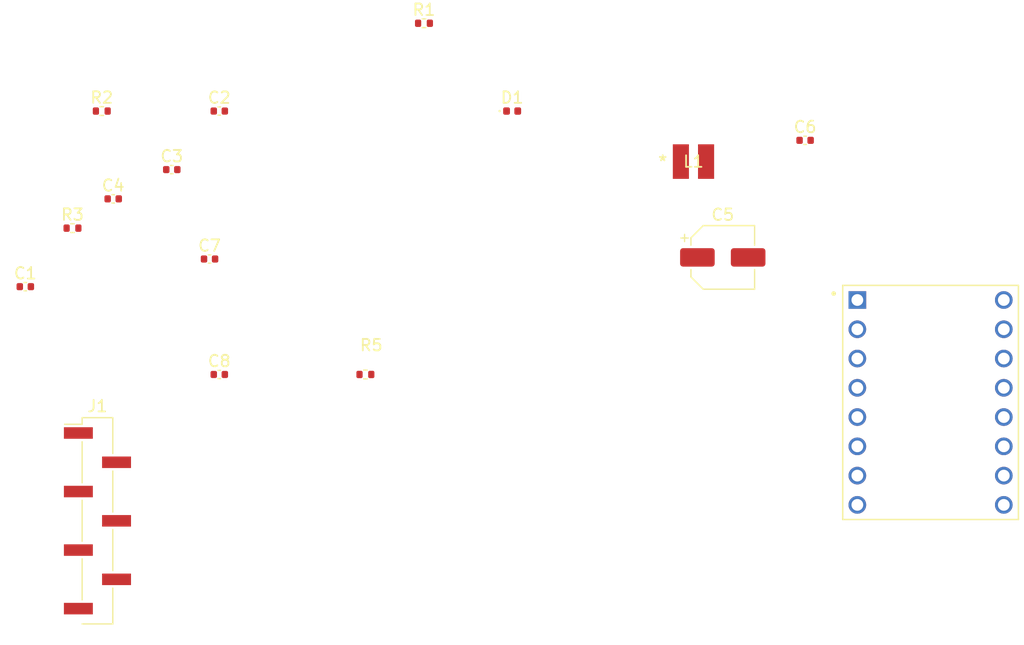
<source format=kicad_pcb>
(kicad_pcb (version 20240108) (generator "pcbnew") (generator_version "8.0")
  (layers (0 "F.Cu" signal) (31 "B.Cu" signal) (34 "B.Paste" user) (35 "F.Paste" user) (36 "B.SilkS" user "B.Silkscreen") (37 "F.SilkS" user "F.Silkscreen") (38 "B.Mask" user) (39 "F.Mask" user) (44 "Edge.Cuts" user))
  (net 0 "")
  (net 1 "GND")
  (net 2 "Net-(C1-Pad1)")
  (net 3 "Net-(D1-K)")
  (net 4 "Net-(U2-BOOT)")
  (net 5 "Net-(J1-Pin_2)")
  (net 7 "Net-(U2-VSENSE)")
  (net 10 "Net-(U2-SS)")
  (net 15 "Net-(U2-ROSC)")
  (net 16 "Net-(U2-COMP)")
  (footprint "Resistor_SMD:R_0402_1005Metric" (layer "F.Cu") (at 35.05 45.72)
    (property "Reference" "R3" (at 0 -1.17 0) (layer "F.SilkS"))
    (property "Value" "3.8k")
    (fp_line (start -0.153641 -0.38) (end 0.153641 -0.38) (stroke (width 0.12)) (layer "F.SilkS"))
    (fp_line (start -0.153641 0.38) (end 0.153641 0.38) (stroke (width 0.12)) (layer "F.SilkS"))
    (pad "1" smd roundrect (at -0.51 0) (size 0.54 0.64) (layers "F.Cu" "F.Paste" "F.Mask") (net 7 "Net-(U2-VSENSE)"))
    (pad "2" smd roundrect (at 0.51 0) (size 0.54 0.64) (layers "F.Cu" "F.Paste" "F.Mask") (net 1 "GND"))
  )
  (footprint "Resistor_SMD:R_0402_1005Metric" (layer "F.Cu") (at 65.53 27.94)
    (property "Reference" "R1" (at 0 -1.17 0) (layer "F.SilkS"))
    (property "Value" "100k")
    (fp_line (start -0.153641 -0.38) (end 0.153641 -0.38) (stroke (width 0.12)) (layer "F.SilkS"))
    (fp_line (start -0.153641 0.38) (end 0.153641 0.38) (stroke (width 0.12)) (layer "F.SilkS"))
    (pad "1" smd roundrect (at -0.51 0) (size 0.54 0.64) (layers "F.Cu" "F.Paste" "F.Mask") (net 1 "GND"))
    (pad "2" smd roundrect (at 0.51 0) (size 0.54 0.64) (layers "F.Cu" "F.Paste" "F.Mask") (net 15 "Net-(U2-ROSC)"))
  )
  (footprint "Diode_SMD:D_0402_1005Metric" (layer "F.Cu") (at 73.175 35.56)
    (property "Reference" "D1" (at 0 -1.17 0) (layer "F.SilkS"))
    (property "Value" "SB240")
    (fp_circle (center -1.09 0) (end -1.04 0) (stroke (width 0.1)) (fill none) (layer "F.SilkS"))
    (pad "1" smd roundrect (at -0.485 0) (size 0.59 0.64) (layers "F.Cu" "F.Paste" "F.Mask") (net 3 "Net-(D1-K)"))
    (pad "2" smd roundrect (at 0.485 0) (size 0.59 0.64) (layers "F.Cu" "F.Paste" "F.Mask") (net 1 "GND"))
  )
  (footprint "Capacitor_SMD:C_0402_1005Metric" (layer "F.Cu") (at 46.935 48.4)
    (property "Reference" "C7" (at 0 -1.16 0) (layer "F.SilkS"))
    (property "Value" "100pF")
    (fp_line (start -0.107836 -0.36) (end 0.107836 -0.36) (stroke (width 0.12)) (layer "F.SilkS"))
    (fp_line (start -0.107836 0.36) (end 0.107836 0.36) (stroke (width 0.12)) (layer "F.SilkS"))
    (pad "1" smd roundrect (at -0.48 0) (size 0.56 0.62) (layers "F.Cu" "F.Paste" "F.Mask") (net 2 "Net-(C1-Pad1)"))
    (pad "2" smd roundrect (at 0.48 0) (size 0.56 0.62) (layers "F.Cu" "F.Paste" "F.Mask") (net 1 "GND"))
  )
  (footprint "Capacitor_SMD:C_0402_1005Metric" (layer "F.Cu") (at 47.78 58.42)
    (property "Reference" "C8" (at 0 -1.16 0) (layer "F.SilkS"))
    (property "Value" "10nF")
    (fp_line (start -0.107836 -0.36) (end 0.107836 -0.36) (stroke (width 0.12)) (layer "F.SilkS"))
    (fp_line (start -0.107836 0.36) (end 0.107836 0.36) (stroke (width 0.12)) (layer "F.SilkS"))
    (pad "1" smd roundrect (at -0.48 0) (size 0.56 0.62) (layers "F.Cu" "F.Paste" "F.Mask") (net 10 "Net-(U2-SS)"))
    (pad "2" smd roundrect (at 0.48 0) (size 0.56 0.62) (layers "F.Cu" "F.Paste" "F.Mask") (net 1 "GND"))
  )
  (footprint "Custom:IND_BOURNS_SDR0302" (layer "F.Cu") (at 88.9 39.9446)
    (property "Reference" "L1" (at 0 0 0) (layer "F.SilkS"))
    (property "Value" "82uH")
    (fp_text user "*" (at -2.667 0 0) (layer "F.SilkS"))
    (fp_text user "*" (at -2.667 0 0) (layer "F.SilkS"))
    (pad "1" smd rect (at -1.0922 0) (size 1.397 2.9972) (layers "F.Cu" "F.Paste" "F.Mask") (net 3 "Net-(D1-K)"))
    (pad "2" smd rect (at 1.0922 0) (size 1.397 2.9972) (layers "F.Cu" "F.Paste" "F.Mask") (net 5 "Net-(J1-Pin_2)"))
  )
  (footprint "Resistor_SMD:R_0402_1005Metric" (layer "F.Cu") (at 60.45 58.42)
    (property "Reference" "R5" (at 0.51 -2.54 0) (layer "F.SilkS"))
    (property "Value" "47k")
    (fp_line (start -0.153641 -0.38) (end 0.153641 -0.38) (stroke (width 0.12)) (layer "F.SilkS"))
    (fp_line (start -0.153641 0.38) (end 0.153641 0.38) (stroke (width 0.12)) (layer "F.SilkS"))
    (pad "1" smd roundrect (at -0.51 0) (size 0.54 0.64) (layers "F.Cu" "F.Paste" "F.Mask") (net 2 "Net-(C1-Pad1)"))
    (pad "2" smd roundrect (at 0.51 0) (size 0.54 0.64) (layers "F.Cu" "F.Paste" "F.Mask") (net 16 "Net-(U2-COMP)"))
  )
  (footprint "clipboard:148bc140-3b63-42f4-b5d2-7f53f3970640" (layer "F.Cu") (at 117.33 71.2575)
    (property "Reference" "" (at 0 0 0) (layer "F.SilkS") (effects (font (size 1.27 1.27))))
    (property "Value" "")
    (fp_line (start -15.49 -20.57) (end -0.25 -20.57) (stroke (width 0.127)) (layer "F.SilkS"))
    (fp_line (start -15.49 -0.25) (end -15.49 -20.57) (stroke (width 0.127)) (layer "F.SilkS"))
    (fp_line (start -0.25 -20.57) (end -0.25 -0.25) (stroke (width 0.127)) (layer "F.SilkS"))
    (fp_line (start -0.25 -0.25) (end -15.49 -0.25) (stroke (width 0.127)) (layer "F.SilkS"))
    (fp_circle (center -16.27 -19.86) (end -16.17 -19.86) (stroke (width 0.2)) (fill none) (layer "F.SilkS"))
    (pad "1" thru_hole rect (at -14.22 -19.3) (size 1.53 1.53) (drill 1.02) (layers "*.Cu" "*.Mask"))
    (pad "2" thru_hole circle (at -14.22 -16.76) (size 1.53 1.53) (drill 1.02) (layers "*.Cu" "*.Mask"))
    (pad "3" thru_hole circle (at -14.22 -14.22) (size 1.53 1.53) (drill 1.02) (layers "*.Cu" "*.Mask"))
    (pad "4" thru_hole circle (at -14.22 -11.68) (size 1.53 1.53) (drill 1.02) (layers "*.Cu" "*.Mask"))
    (pad "5" thru_hole circle (at -14.22 -9.14) (size 1.53 1.53) (drill 1.02) (layers "*.Cu" "*.Mask"))
    (pad "6" thru_hole circle (at -14.22 -6.6) (size 1.53 1.53) (drill 1.02) (layers "*.Cu" "*.Mask"))
    (pad "7" thru_hole circle (at -14.22 -4.06) (size 1.53 1.53) (drill 1.02) (layers "*.Cu" "*.Mask"))
    (pad "8" thru_hole circle (at -14.22 -1.52) (size 1.53 1.53) (drill 1.02) (layers "*.Cu" "*.Mask"))
    (pad "9" thru_hole circle (at -1.52 -1.52) (size 1.53 1.53) (drill 1.02) (layers "*.Cu" "*.Mask"))
    (pad "10" thru_hole circle (at -1.52 -4.06) (size 1.53 1.53) (drill 1.02) (layers "*.Cu" "*.Mask"))
    (pad "11" thru_hole circle (at -1.52 -6.6) (size 1.53 1.53) (drill 1.02) (layers "*.Cu" "*.Mask"))
    (pad "12" thru_hole circle (at -1.52 -9.14) (size 1.53 1.53) (drill 1.02) (layers "*.Cu" "*.Mask"))
    (pad "13" thru_hole circle (at -1.52 -11.68) (size 1.53 1.53) (drill 1.02) (layers "*.Cu" "*.Mask"))
    (pad "14" thru_hole circle (at -1.52 -14.22) (size 1.53 1.53) (drill 1.02) (layers "*.Cu" "*.Mask"))
    (pad "15" thru_hole circle (at -1.52 -16.76) (size 1.53 1.53) (drill 1.02) (layers "*.Cu" "*.Mask"))
    (pad "16" thru_hole circle (at -1.52 -19.3) (size 1.53 1.53) (drill 1.02) (layers "*.Cu" "*.Mask"))
  )
  (footprint "Capacitor_SMD:C_0402_1005Metric" (layer "F.Cu") (at 43.66 40.64)
    (property "Reference" "C3" (at 0 -1.16 0) (layer "F.SilkS"))
    (property "Value" "10uF")
    (fp_line (start -0.107836 -0.36) (end 0.107836 -0.36) (stroke (width 0.12)) (layer "F.SilkS"))
    (fp_line (start -0.107836 0.36) (end 0.107836 0.36) (stroke (width 0.12)) (layer "F.SilkS"))
    (pad "1" smd roundrect (at -0.48 0) (size 0.56 0.62) (layers "F.Cu" "F.Paste" "F.Mask") (net 5 "Net-(J1-Pin_2)"))
    (pad "2" smd roundrect (at 0.48 0) (size 0.56 0.62) (layers "F.Cu" "F.Paste" "F.Mask"))
  )
  (footprint "Connector_PinHeader_2.54mm:PinHeader_1x07_P2.54mm_Vertical_SMD_Pin1Left" (layer "F.Cu") (at 37.215 71.12)
    (property "Reference" "J1" (at 0 -9.95 0) (layer "F.SilkS"))
    (property "Value" "Conn_01x08_Pin")
    (fp_line (start -1.33 -8.95) (end -1.33 -8.38) (stroke (width 0.12)) (layer "F.SilkS"))
    (fp_line (start -1.33 -8.95) (end 1.33 -8.95) (stroke (width 0.12)) (layer "F.SilkS"))
    (fp_line (start -1.33 -8.38) (end -2.85 -8.38) (stroke (width 0.12)) (layer "F.SilkS"))
    (fp_line (start -1.33 -6.86) (end -1.33 -3.3) (stroke (width 0.12)) (layer "F.SilkS"))
    (fp_line (start -1.33 -1.78) (end -1.33 1.78) (stroke (width 0.12)) (layer "F.SilkS"))
    (fp_line (start -1.33 3.3) (end -1.33 6.86) (stroke (width 0.12)) (layer "F.SilkS"))
    (fp_line (start -1.33 8.95) (end 1.33 8.95) (stroke (width 0.12)) (layer "F.SilkS"))
    (fp_line (start 1.33 -8.95) (end 1.33 -5.84) (stroke (width 0.12)) (layer "F.SilkS"))
    (fp_line (start 1.33 -4.32) (end 1.33 -0.76) (stroke (width 0.12)) (layer "F.SilkS"))
    (fp_line (start 1.33 0.76) (end 1.33 4.32) (stroke (width 0.12)) (layer "F.SilkS"))
    (fp_line (start 1.33 5.84) (end 1.33 8.95) (stroke (width 0.12)) (layer "F.SilkS"))
    (fp_line (start 1.33 8.38) (end 1.33 8.95) (stroke (width 0.12)) (layer "F.SilkS"))
    (pad "1" smd rect (at -1.655 -7.62) (size 2.51 1) (layers "F.Cu" "F.Paste" "F.Mask") (net 1 "GND"))
    (pad "2" smd rect (at 1.655 -5.08) (size 2.51 1) (layers "F.Cu" "F.Paste" "F.Mask") (net 5 "Net-(J1-Pin_2)"))
    (pad "3" smd rect (at -1.655 -2.54) (size 2.51 1) (layers "F.Cu" "F.Paste" "F.Mask"))
    (pad "4" smd rect (at 1.655 0) (size 2.51 1) (layers "F.Cu" "F.Paste" "F.Mask"))
    (pad "5" smd rect (at -1.655 2.54) (size 2.51 1) (layers "F.Cu" "F.Paste" "F.Mask"))
    (pad "6" smd rect (at 1.655 5.08) (size 2.51 1) (layers "F.Cu" "F.Paste" "F.Mask"))
    (pad "7" smd rect (at -1.655 7.62) (size 2.51 1) (layers "F.Cu" "F.Paste" "F.Mask") (net 1 "GND"))
  )
  (footprint "Capacitor_SMD:CP_Elec_5x3" (layer "F.Cu") (at 91.44 48.26)
    (property "Reference" "C5" (at 0 -3.7 0) (layer "F.SilkS"))
    (property "Value" "220uF/16V")
    (fp_line (start -3.625 -1.685) (end -3 -1.685) (stroke (width 0.12)) (layer "F.SilkS"))
    (fp_line (start -3.3125 -1.9975) (end -3.3125 -1.3725) (stroke (width 0.12)) (layer "F.SilkS"))
    (fp_line (start -2.76 -1.695563) (end -2.76 -1.06) (stroke (width 0.12)) (layer "F.SilkS"))
    (fp_line (start -2.76 -1.695563) (end -1.695563 -2.76) (stroke (width 0.12)) (layer "F.SilkS"))
    (fp_line (start -2.76 1.695563) (end -2.76 1.06) (stroke (width 0.12)) (layer "F.SilkS"))
    (fp_line (start -2.76 1.695563) (end -1.695563 2.76) (stroke (width 0.12)) (layer "F.SilkS"))
    (fp_line (start -1.695563 -2.76) (end 2.76 -2.76) (stroke (width 0.12)) (layer "F.SilkS"))
    (fp_line (start -1.695563 2.76) (end 2.76 2.76) (stroke (width 0.12)) (layer "F.SilkS"))
    (fp_line (start 2.76 -2.76) (end 2.76 -1.06) (stroke (width 0.12)) (layer "F.SilkS"))
    (fp_line (start 2.76 2.76) (end 2.76 1.06) (stroke (width 0.12)) (layer "F.SilkS"))
    (pad "1" smd roundrect (at -2.2 0) (size 3 1.6) (layers "F.Cu" "F.Paste" "F.Mask") (roundrect_rratio 0.15625) (net 5 "Net-(J1-Pin_2)"))
    (pad "2" smd roundrect (at 2.2 0) (size 3 1.6) (layers "F.Cu" "F.Paste" "F.Mask") (roundrect_rratio 0.15625))
  )
  (footprint "Capacitor_SMD:C_0402_1005Metric" (layer "F.Cu") (at 30.96 50.8)
    (property "Reference" "C1" (at 0 -1.16 0) (layer "F.SilkS"))
    (property "Value" "2.2nF")
    (fp_line (start -0.107836 -0.36) (end 0.107836 -0.36) (stroke (width 0.12)) (layer "F.SilkS"))
    (fp_line (start -0.107836 0.36) (end 0.107836 0.36) (stroke (width 0.12)) (layer "F.SilkS"))
    (pad "1" smd roundrect (at -0.48 0) (size 0.56 0.62) (layers "F.Cu" "F.Paste" "F.Mask") (net 2 "Net-(C1-Pad1)"))
    (pad "2" smd roundrect (at 0.48 0) (size 0.56 0.62) (layers "F.Cu" "F.Paste" "F.Mask") (net 1 "GND"))
  )
  (footprint "Capacitor_SMD:C_0402_1005Metric" (layer "F.Cu") (at 98.58 38.1)
    (property "Reference" "C6" (at 0 -1.16 0) (layer "F.SilkS"))
    (property "Value" "10uF")
    (fp_line (start -0.107836 -0.36) (end 0.107836 -0.36) (stroke (width 0.12)) (layer "F.SilkS"))
    (fp_line (start -0.107836 0.36) (end 0.107836 0.36) (stroke (width 0.12)) (layer "F.SilkS"))
    (pad "1" smd roundrect (at -0.48 0) (size 0.56 0.62) (layers "F.Cu" "F.Paste" "F.Mask") (net 5 "Net-(J1-Pin_2)"))
    (pad "2" smd roundrect (at 0.48 0) (size 0.56 0.62) (layers "F.Cu" "F.Paste" "F.Mask"))
  )
  (footprint "Capacitor_SMD:C_0402_1005Metric" (layer "F.Cu") (at 38.58 43.18)
    (property "Reference" "C4" (at 0 -1.16 0) (layer "F.SilkS"))
    (property "Value" "470pF")
    (fp_line (start -0.107836 -0.36) (end 0.107836 -0.36) (stroke (width 0.12)) (layer "F.SilkS"))
    (fp_line (start -0.107836 0.36) (end 0.107836 0.36) (stroke (width 0.12)) (layer "F.SilkS"))
    (pad "1" smd roundrect (at -0.48 0) (size 0.56 0.62) (layers "F.Cu" "F.Paste" "F.Mask") (net 7 "Net-(U2-VSENSE)"))
    (pad "2" smd roundrect (at 0.48 0) (size 0.56 0.62) (layers "F.Cu" "F.Paste" "F.Mask") (net 7 "Net-(U2-VSENSE)"))
  )
  (footprint "Resistor_SMD:R_0402_1005Metric" (layer "F.Cu") (at 37.59 35.56)
    (property "Reference" "R2" (at 0 -1.17 0) (layer "F.SilkS"))
    (property "Value" "50k")
    (fp_line (start -0.153641 -0.38) (end 0.153641 -0.38) (stroke (width 0.12)) (layer "F.SilkS"))
    (fp_line (start -0.153641 0.38) (end 0.153641 0.38) (stroke (width 0.12)) (layer "F.SilkS"))
    (pad "1" smd roundrect (at -0.51 0) (size 0.54 0.64) (layers "F.Cu" "F.Paste" "F.Mask") (net 5 "Net-(J1-Pin_2)"))
    (pad "2" smd roundrect (at 0.51 0) (size 0.54 0.64) (layers "F.Cu" "F.Paste" "F.Mask") (net 7 "Net-(U2-VSENSE)"))
  )
  (footprint "Capacitor_SMD:C_0402_1005Metric" (layer "F.Cu") (at 47.78 35.56)
    (property "Reference" "C2" (at 0 -1.16 0) (layer "F.SilkS"))
    (property "Value" "0.1uF")
    (fp_line (start -0.107836 -0.36) (end 0.107836 -0.36) (stroke (width 0.12)) (layer "F.SilkS"))
    (fp_line (start -0.107836 0.36) (end 0.107836 0.36) (stroke (width 0.12)) (layer "F.SilkS"))
    (pad "1" smd roundrect (at -0.48 0) (size 0.56 0.62) (layers "F.Cu" "F.Paste" "F.Mask") (net 3 "Net-(D1-K)"))
    (pad "2" smd roundrect (at 0.48 0) (size 0.56 0.62) (layers "F.Cu" "F.Paste" "F.Mask") (net 4 "Net-(U2-BOOT)"))
  )
)
</source>
